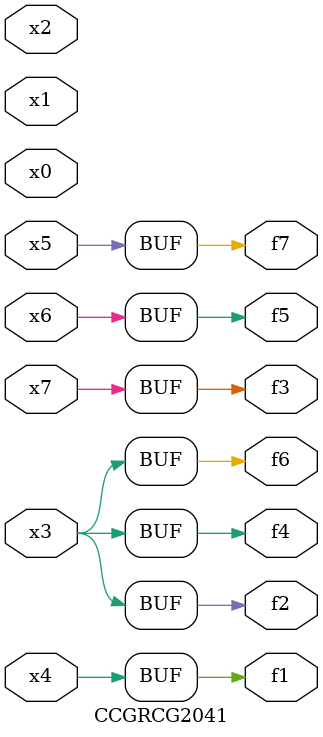
<source format=v>
module CCGRCG2041(
	input x0, x1, x2, x3, x4, x5, x6, x7,
	output f1, f2, f3, f4, f5, f6, f7
);
	assign f1 = x4;
	assign f2 = x3;
	assign f3 = x7;
	assign f4 = x3;
	assign f5 = x6;
	assign f6 = x3;
	assign f7 = x5;
endmodule

</source>
